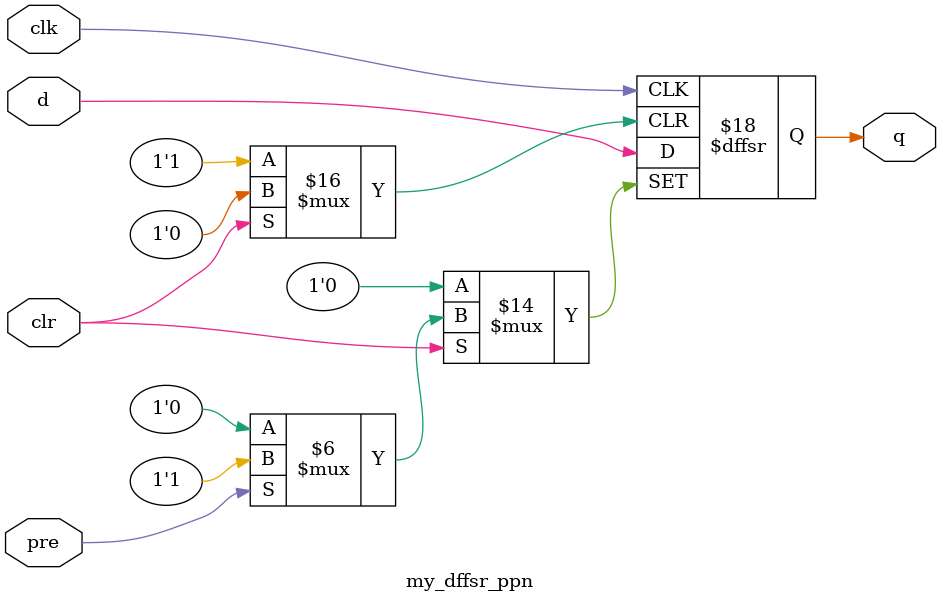
<source format=v>
module my_dffsr_ppn (
    input d,
    clk,
    pre,
    clr,
    output reg q
);
  initial q <= 1'b0;
  always @(posedge clk or posedge pre or negedge clr)
    if (pre) q <= 1'b1;
    else if (!clr) q <= 1'b0;
    else q <= d;
endmodule
</source>
